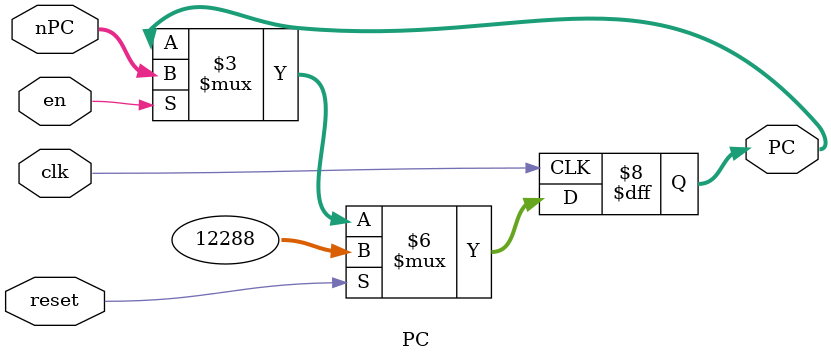
<source format=v>
`timescale 1ns / 1ps
module PC(
    input clk,
    input reset,
	 input en,
	 input [31:0] nPC,
    output reg [31:0] PC
    );
    always @(posedge clk) begin
        if(reset)
        PC <= 32'h3000;
        else if(en)
        PC <= nPC;
		  else
		  PC <= PC;
    end
endmodule

</source>
